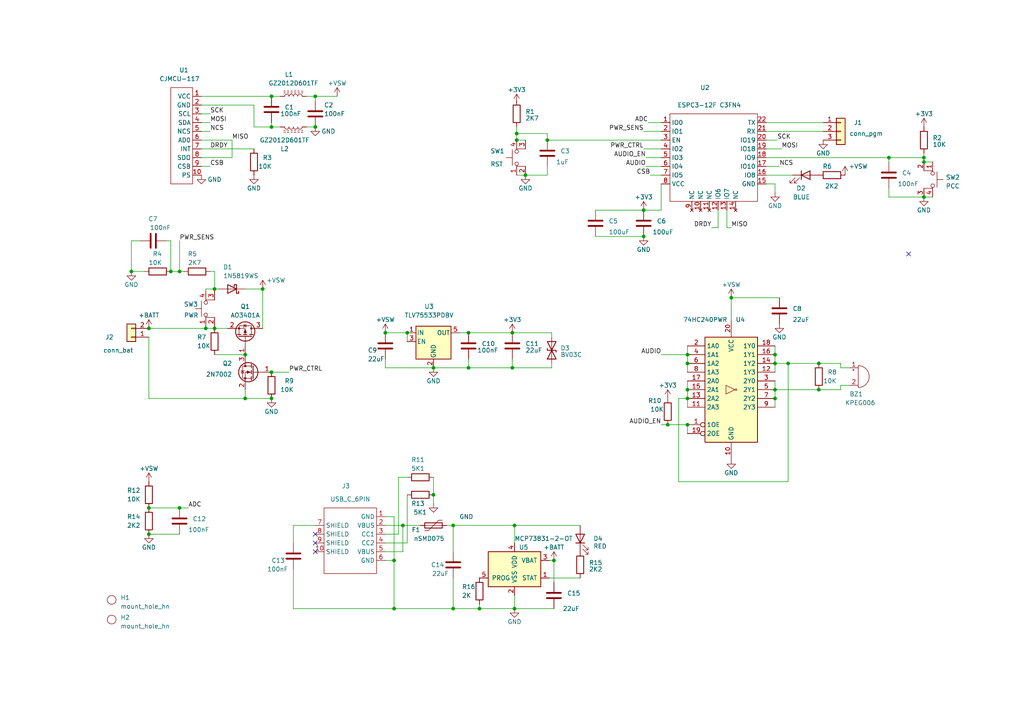
<source format=kicad_sch>
(kicad_sch (version 20220126) (generator eeschema)
  (paper "A4")
  (lib_symbols
    (symbol "00_hari:CJMCU-117"
      (property "Reference" "U" (at 0 11.43 0))
      (property "Value" "CJMCU-117" (at 0 8.89 0))
      (symbol "CJMCU-117_0_1"
        (rectangle (start -6.35 2.54) (end 0 -25.4))
      )
      (symbol "CJMCU-117_1_1"
        (pin passive line (at 2.54 0 180) (length 2.54) (name "VCC") (number "1"))
        (pin input line (at 2.54 -22.86 180) (length 2.54) (name "PS") (number "10"))
        (pin passive line (at 2.54 -2.54 180) (length 2.54) (name "GND") (number "2"))
        (pin input line (at 2.54 -5.08 180) (length 2.54) (name "SCL") (number "3"))
        (pin bidirectional line (at 2.54 -7.62 180) (length 2.54) (name "SDA") (number "4"))
        (pin input line (at 2.54 -10.16 180) (length 2.54) (name "NCS") (number "5"))
        (pin input line (at 2.54 -12.7 180) (length 2.54) (name "AD0") (number "6"))
        (pin output line (at 2.54 -15.24 180) (length 2.54) (name "INT") (number "7"))
        (pin output line (at 2.54 -17.78 180) (length 2.54) (name "SDO") (number "8"))
        (pin input line (at 2.54 -20.32 180) (length 2.54) (name "CSB") (number "9"))
      )
    )
    (symbol "00_hari:ESPC3-12F"
      (property "Reference" "U" (at -1.27 13.97 0))
      (property "Value" "ESPC3-12F" (at -1.27 16.51 0))
      (symbol "ESPC3-12F_0_1"
        (rectangle (start -12.7 11.43) (end 12.7 -13.97))
      )
      (symbol "ESPC3-12F_1_1"
        (pin bidirectional line (at -15.24 8.89 0) (length 2.54) (name "IO0") (number "1"))
        (pin no_connect line (at -3.81 -16.51 90) (length 2.54) (name "NC") (number "10"))
        (pin no_connect line (at -1.27 -16.51 90) (length 2.54) (name "NC") (number "11"))
        (pin bidirectional line (at 1.27 -16.51 90) (length 2.54) (name "IO6") (number "12"))
        (pin bidirectional line (at 3.81 -16.51 90) (length 2.54) (name "IO7") (number "13"))
        (pin no_connect line (at 6.35 -16.51 90) (length 2.54) (name "NC") (number "14"))
        (pin power_in line (at 15.24 -8.89 180) (length 2.54) (name "GND") (number "15"))
        (pin bidirectional line (at 15.24 -6.35 180) (length 2.54) (name "IO8") (number "16"))
        (pin bidirectional line (at 15.24 -3.81 180) (length 2.54) (name "IO10") (number "17"))
        (pin bidirectional line (at 15.24 -1.27 180) (length 2.54) (name "IO9") (number "18"))
        (pin bidirectional line (at 15.24 1.27 180) (length 2.54) (name "IO18") (number "19"))
        (pin bidirectional line (at -15.24 6.35 0) (length 2.54) (name "IO1") (number "2"))
        (pin bidirectional line (at 15.24 3.81 180) (length 2.54) (name "IO19") (number "20"))
        (pin input line (at 15.24 6.35 180) (length 2.54) (name "RX") (number "21"))
        (pin output line (at 15.24 8.89 180) (length 2.54) (name "TX") (number "22"))
        (pin input line (at -15.24 3.81 0) (length 2.54) (name "EN") (number "3"))
        (pin bidirectional line (at -15.24 1.27 0) (length 2.54) (name "IO2") (number "4"))
        (pin bidirectional line (at -15.24 -1.27 0) (length 2.54) (name "IO3") (number "5"))
        (pin bidirectional line (at -15.24 -3.81 0) (length 2.54) (name "IO4") (number "6"))
        (pin bidirectional line (at -15.24 -6.35 0) (length 2.54) (name "IO5") (number "7"))
        (pin power_in line (at -15.24 -8.89 0) (length 2.54) (name "VCC") (number "8"))
        (pin no_connect line (at -6.35 -16.51 90) (length 2.54) (name "NC") (number "9"))
      )
    )
    (symbol "00_hari:USB_C_6PIN"
      (property "Reference" "J" (at 7.62 7.62 0))
      (property "Value" "USB_C_6PIN" (at 7.62 5.08 0))
      (symbol "USB_C_6PIN_0_1"
        (rectangle (start 0 2.54) (end 15.24 -16.51))
      )
      (symbol "USB_C_6PIN_1_1"
        (pin passive line (at -2.54 0 0) (length 2.54) (name "GND") (number "1"))
        (pin passive line (at 17.78 -10.16 180) (length 2.54) (name "SHIELD") (number "10"))
        (pin passive line (at -2.54 -2.54 0) (length 2.54) (name "VBUS") (number "2"))
        (pin passive line (at -2.54 -5.08 0) (length 2.54) (name "CC1") (number "3"))
        (pin passive line (at -2.54 -7.62 0) (length 2.54) (name "CC2") (number "4"))
        (pin passive line (at -2.54 -10.16 0) (length 2.54) (name "VBUS") (number "5"))
        (pin passive line (at -2.54 -12.7 0) (length 2.54) (name "GND") (number "6"))
        (pin passive line (at 17.78 -2.54 180) (length 2.54) (name "SHIELD") (number "7"))
        (pin passive line (at 17.78 -5.08 180) (length 2.54) (name "SHIELD") (number "8"))
        (pin passive line (at 17.78 -7.62 180) (length 2.54) (name "SHIELD") (number "9"))
      )
    )
    (symbol "00_hari:mount_hole_hn"
      (property "Reference" "H" (at 0 6.35 0))
      (property "Value" "mount_hole_hn" (at 1.27 3.81 0))
      (symbol "mount_hole_hn_0_1"
        (circle (center 0 0) (radius 1.27))
      )
    )
    (symbol "74xx:74HC240"
      (property "Reference" "U" (at -7.62 16.51 0))
      (property "Value" "74HC240" (at -7.62 -16.51 0))
      (symbol "74HC240_1_0"
        (polyline (pts (xy 1.016 0) (xy -1.524 1.27) (xy -1.524 -1.27) (xy 1.016 0)) (stroke (width 0.1524)))
        (circle (center 1.397 0) (radius 0.254) (stroke (width 0.1524)))
        (pin input inverted (at -12.7 -10.16 0) (length 5.08) (name "1OE") (number "1"))
        (pin power_in line (at 0 -20.32 90) (length 5.08) (name "GND") (number "10"))
        (pin input line (at -12.7 -5.08 0) (length 5.08) (name "2A3") (number "11"))
        (pin tri_state line (at 12.7 5.08 180) (length 5.08) (name "1Y3") (number "12"))
        (pin input line (at -12.7 -2.54 0) (length 5.08) (name "2A2") (number "13"))
        (pin tri_state line (at 12.7 7.62 180) (length 5.08) (name "1Y2") (number "14"))
        (pin input line (at -12.7 0 0) (length 5.08) (name "2A1") (number "15"))
        (pin tri_state line (at 12.7 10.16 180) (length 5.08) (name "1Y1") (number "16"))
        (pin input line (at -12.7 2.54 0) (length 5.08) (name "2A0") (number "17"))
        (pin tri_state line (at 12.7 12.7 180) (length 5.08) (name "1Y0") (number "18"))
        (pin input inverted (at -12.7 -12.7 0) (length 5.08) (name "2OE") (number "19"))
        (pin input line (at -12.7 12.7 0) (length 5.08) (name "1A0") (number "2"))
        (pin power_in line (at 0 20.32 270) (length 5.08) (name "VCC") (number "20"))
        (pin tri_state line (at 12.7 2.54 180) (length 5.08) (name "2Y0") (number "3"))
        (pin input line (at -12.7 10.16 0) (length 5.08) (name "1A1") (number "4"))
        (pin tri_state line (at 12.7 0 180) (length 5.08) (name "2Y1") (number "5"))
        (pin input line (at -12.7 7.62 0) (length 5.08) (name "1A2") (number "6"))
        (pin tri_state line (at 12.7 -2.54 180) (length 5.08) (name "2Y2") (number "7"))
        (pin input line (at -12.7 5.08 0) (length 5.08) (name "1A3") (number "8"))
        (pin tri_state line (at 12.7 -5.08 180) (length 5.08) (name "2Y3") (number "9"))
      )
      (symbol "74HC240_1_1"
        (rectangle (start -7.62 15.24) (end 7.62 -15.24) (stroke (width 0.254)) (fill (type background)))
      )
    )
    (symbol "Battery_Management:MCP73831-2-OT" (pin_names (offset 1.016))
      (property "Reference" "U" (at -7.62 6.35 0))
      (property "Value" "MCP73831-2-OT" (at 1.27 6.35 0))
      (symbol "MCP73831-2-OT_0_1"
        (rectangle (start -7.62 5.08) (end 7.62 -5.08) (stroke (width 0.254)) (fill (type background)))
      )
      (symbol "MCP73831-2-OT_1_1"
        (pin output line (at 10.16 -2.54 180) (length 2.54) (name "STAT") (number "1"))
        (pin power_in line (at 0 -7.62 90) (length 2.54) (name "VSS") (number "2"))
        (pin power_out line (at 10.16 2.54 180) (length 2.54) (name "VBAT") (number "3"))
        (pin power_in line (at 0 7.62 270) (length 2.54) (name "VDD") (number "4"))
        (pin input line (at -10.16 -2.54 0) (length 2.54) (name "PROG") (number "5"))
      )
    )
    (symbol "Connector_Generic:Conn_01x02" (pin_names (offset 1.016) hide)
      (property "Reference" "J" (at 0 2.54 0))
      (property "Value" "Conn_01x02" (at 0 -5.08 0))
      (symbol "Conn_01x02_1_1"
        (rectangle (start -1.27 -2.413) (end 0 -2.667) (stroke (width 0.1524)))
        (rectangle (start -1.27 0.127) (end 0 -0.127) (stroke (width 0.1524)))
        (rectangle (start -1.27 1.27) (end 1.27 -3.81) (stroke (width 0.254)) (fill (type background)))
        (pin passive line (at -5.08 0 0) (length 3.81) (name "Pin_1") (number "1"))
        (pin passive line (at -5.08 -2.54 0) (length 3.81) (name "Pin_2") (number "2"))
      )
    )
    (symbol "Connector_Generic:Conn_01x03" (pin_names (offset 1.016) hide)
      (property "Reference" "J" (at 0 5.08 0))
      (property "Value" "Conn_01x03" (at 0 -5.08 0))
      (symbol "Conn_01x03_1_1"
        (rectangle (start -1.27 -2.413) (end 0 -2.667) (stroke (width 0.1524)))
        (rectangle (start -1.27 0.127) (end 0 -0.127) (stroke (width 0.1524)))
        (rectangle (start -1.27 2.667) (end 0 2.413) (stroke (width 0.1524)))
        (rectangle (start -1.27 3.81) (end 1.27 -3.81) (stroke (width 0.254)) (fill (type background)))
        (pin passive line (at -5.08 2.54 0) (length 3.81) (name "Pin_1") (number "1"))
        (pin passive line (at -5.08 0 0) (length 3.81) (name "Pin_2") (number "2"))
        (pin passive line (at -5.08 -2.54 0) (length 3.81) (name "Pin_3") (number "3"))
      )
    )
    (symbol "Device:Buzzer" (pin_names (offset 0.0254) hide)
      (property "Reference" "BZ" (at 3.81 1.27 0))
      (property "Value" "Buzzer" (at 3.81 -1.27 0))
      (symbol "Buzzer_0_1"
        (arc (start 0 -3.175) (mid 3.1612 0) (end 0 3.175))
        (polyline (pts (xy -1.651 1.905) (xy -1.143 1.905)))
        (polyline (pts (xy -1.397 2.159) (xy -1.397 1.651)))
        (polyline (pts (xy 0 3.175) (xy 0 -3.175)))
      )
      (symbol "Buzzer_1_1"
        (pin passive line (at -2.54 2.54 0) (length 2.54) (name "-") (number "1"))
        (pin passive line (at -2.54 -2.54 0) (length 2.54) (name "+") (number "2"))
      )
    )
    (symbol "Device:C" (pin_numbers hide) (pin_names (offset 0.254))
      (property "Reference" "C" (at 0.635 2.54 0))
      (property "Value" "C" (at 0.635 -2.54 0))
      (symbol "C_0_1"
        (polyline (pts (xy -2.032 -0.762) (xy 2.032 -0.762)) (stroke (width 0.508)))
        (polyline (pts (xy -2.032 0.762) (xy 2.032 0.762)) (stroke (width 0.508)))
      )
      (symbol "C_1_1"
        (pin passive line (at 0 3.81 270) (length 2.794) (name "~") (number "1"))
        (pin passive line (at 0 -3.81 90) (length 2.794) (name "~") (number "2"))
      )
    )
    (symbol "Device:D_Schottky" (pin_numbers hide) (pin_names (offset 1.016) hide)
      (property "Reference" "D" (at 0 2.54 0))
      (property "Value" "D_Schottky" (at 0 -2.54 0))
      (symbol "D_Schottky_0_1"
        (polyline (pts (xy 1.27 0) (xy -1.27 0)))
        (polyline (pts (xy 1.27 1.27) (xy 1.27 -1.27) (xy -1.27 0) (xy 1.27 1.27)) (stroke (width 0.254)))
        (polyline (pts (xy -1.905 0.635) (xy -1.905 1.27) (xy -1.27 1.27) (xy -1.27 -1.27) (xy -0.635 -1.27) (xy -0.635 -0.635)) (stroke (width 0.254)))
      )
      (symbol "D_Schottky_1_1"
        (pin passive line (at -3.81 0 0) (length 2.54) (name "K") (number "1"))
        (pin passive line (at 3.81 0 180) (length 2.54) (name "A") (number "2"))
      )
    )
    (symbol "Device:D_TVS" (pin_numbers hide) (pin_names (offset 1.016) hide)
      (property "Reference" "D" (at 0 2.54 0))
      (property "Value" "D_TVS" (at 0 -2.54 0))
      (symbol "D_TVS_0_1"
        (polyline (pts (xy 1.27 0) (xy -1.27 0)))
        (polyline (pts (xy 0.508 1.27) (xy 0 1.27) (xy 0 -1.27) (xy -0.508 -1.27)) (stroke (width 0.254)))
        (polyline (pts (xy -2.54 1.27) (xy -2.54 -1.27) (xy 2.54 1.27) (xy 2.54 -1.27) (xy -2.54 1.27)) (stroke (width 0.254)))
      )
      (symbol "D_TVS_1_1"
        (pin passive line (at -3.81 0 0) (length 2.54) (name "A1") (number "1"))
        (pin passive line (at 3.81 0 180) (length 2.54) (name "A2") (number "2"))
      )
    )
    (symbol "Device:LED" (pin_numbers hide) (pin_names (offset 1.016) hide)
      (property "Reference" "D" (at 0 2.54 0))
      (property "Value" "LED" (at 0 -2.54 0))
      (symbol "LED_0_1"
        (polyline (pts (xy -1.27 -1.27) (xy -1.27 1.27)) (stroke (width 0.254)))
        (polyline (pts (xy -1.27 0) (xy 1.27 0)))
        (polyline (pts (xy 1.27 -1.27) (xy 1.27 1.27) (xy -1.27 0) (xy 1.27 -1.27)) (stroke (width 0.254)))
        (polyline (pts (xy -3.048 -0.762) (xy -4.572 -2.286) (xy -3.81 -2.286) (xy -4.572 -2.286) (xy -4.572 -1.524)))
        (polyline (pts (xy -1.778 -0.762) (xy -3.302 -2.286) (xy -2.54 -2.286) (xy -3.302 -2.286) (xy -3.302 -1.524)))
      )
      (symbol "LED_1_1"
        (pin passive line (at -3.81 0 0) (length 2.54) (name "K") (number "1"))
        (pin passive line (at 3.81 0 180) (length 2.54) (name "A") (number "2"))
      )
    )
    (symbol "Device:L_Ferrite" (pin_numbers hide) (pin_names (offset 1.016) hide)
      (property "Reference" "L" (at -1.27 0 90))
      (property "Value" "L_Ferrite" (at 2.794 0 90))
      (symbol "L_Ferrite_0_1"
        (arc (start 0 -2.54) (mid 0.6323 -1.905) (end 0 -1.27))
        (arc (start 0 -1.27) (mid 0.6323 -0.635) (end 0 0))
        (polyline (pts (xy 1.016 -2.794) (xy 1.016 -2.286)))
        (polyline (pts (xy 1.016 -1.778) (xy 1.016 -1.27)))
        (polyline (pts (xy 1.016 -0.762) (xy 1.016 -0.254)))
        (polyline (pts (xy 1.016 0.254) (xy 1.016 0.762)))
        (polyline (pts (xy 1.016 1.27) (xy 1.016 1.778)))
        (polyline (pts (xy 1.016 2.286) (xy 1.016 2.794)))
        (polyline (pts (xy 1.524 -2.286) (xy 1.524 -2.794)))
        (polyline (pts (xy 1.524 -1.27) (xy 1.524 -1.778)))
        (polyline (pts (xy 1.524 -0.254) (xy 1.524 -0.762)))
        (polyline (pts (xy 1.524 0.762) (xy 1.524 0.254)))
        (polyline (pts (xy 1.524 1.778) (xy 1.524 1.27)))
        (polyline (pts (xy 1.524 2.794) (xy 1.524 2.286)))
        (arc (start 0 0) (mid 0.6323 0.635) (end 0 1.27))
        (arc (start 0 1.27) (mid 0.6323 1.905) (end 0 2.54))
      )
      (symbol "L_Ferrite_1_1"
        (pin passive line (at 0 3.81 270) (length 1.27) (name "1") (number "1"))
        (pin passive line (at 0 -3.81 90) (length 1.27) (name "2") (number "2"))
      )
    )
    (symbol "Device:Polyfuse" (pin_numbers hide) (pin_names (offset 0))
      (property "Reference" "F" (at -2.54 0 90))
      (property "Value" "Polyfuse" (at 2.54 0 90))
      (symbol "Polyfuse_0_1"
        (rectangle (start -0.762 2.54) (end 0.762 -2.54) (stroke (width 0.254)))
        (polyline (pts (xy 0 2.54) (xy 0 -2.54)))
        (polyline (pts (xy -1.524 2.54) (xy -1.524 1.524) (xy 1.524 -1.524) (xy 1.524 -2.54)))
      )
      (symbol "Polyfuse_1_1"
        (pin passive line (at 0 3.81 270) (length 1.27) (name "~") (number "1"))
        (pin passive line (at 0 -3.81 90) (length 1.27) (name "~") (number "2"))
      )
    )
    (symbol "Device:R" (pin_numbers hide) (pin_names (offset 0))
      (property "Reference" "R" (at 2.032 0 90))
      (property "Value" "R" (at 0 0 90))
      (symbol "R_0_1"
        (rectangle (start -1.016 -2.54) (end 1.016 2.54) (stroke (width 0.254)))
      )
      (symbol "R_1_1"
        (pin passive line (at 0 3.81 270) (length 1.27) (name "~") (number "1"))
        (pin passive line (at 0 -3.81 90) (length 1.27) (name "~") (number "2"))
      )
    )
    (symbol "Regulator_Linear:TLV75533PDBV" (pin_names (offset 0.254))
      (property "Reference" "U" (at -3.81 5.715 0))
      (property "Value" "TLV75533PDBV" (at 0 5.715 0))
      (symbol "TLV75533PDBV_0_1"
        (rectangle (start -5.08 4.445) (end 5.08 -5.08) (stroke (width 0.254)) (fill (type background)))
      )
      (symbol "TLV75533PDBV_1_1"
        (pin power_in line (at -7.62 2.54 0) (length 2.54) (name "IN") (number "1"))
        (pin power_in line (at 0 -7.62 90) (length 2.54) (name "GND") (number "2"))
        (pin input line (at -7.62 0 0) (length 2.54) (name "EN") (number "3"))
        (pin no_connect line (at 5.08 0 180) (length 2.54) hide (name "NC") (number "4"))
        (pin power_out line (at 7.62 2.54 180) (length 2.54) (name "OUT") (number "5"))
      )
    )
    (symbol "Switch:SW_MEC_5E" (pin_names (offset 1.016) hide)
      (property "Reference" "SW" (at 0.635 5.715 0))
      (property "Value" "SW_MEC_5E" (at 0 -3.175 0))
      (symbol "SW_MEC_5E_0_1"
        (circle (center -1.778 2.54) (radius 0.508))
        (polyline (pts (xy -2.286 3.81) (xy 2.286 3.81)))
        (polyline (pts (xy 0 3.81) (xy 0 5.588)))
        (polyline (pts (xy -2.54 0) (xy -2.54 2.54) (xy -2.286 2.54)))
        (polyline (pts (xy 2.54 0) (xy 2.54 2.54) (xy 2.286 2.54)))
        (circle (center 1.778 2.54) (radius 0.508))
        (pin passive line (at -5.08 2.54 0) (length 2.54) (name "1") (number "1"))
        (pin passive line (at -5.08 0 0) (length 2.54) (name "2") (number "2"))
        (pin passive line (at 5.08 0 180) (length 2.54) (name "K") (number "3"))
        (pin passive line (at 5.08 2.54 180) (length 2.54) (name "A") (number "4"))
      )
    )
    (symbol "Transistor_FET:AO3401A" (pin_names hide)
      (property "Reference" "Q" (at 5.08 1.905 0))
      (property "Value" "AO3401A" (at 5.08 0 0))
      (symbol "AO3401A_0_1"
        (polyline (pts (xy 0.254 0) (xy -2.54 0)))
        (polyline (pts (xy 0.254 1.905) (xy 0.254 -1.905)) (stroke (width 0.254)))
        (polyline (pts (xy 0.762 -1.27) (xy 0.762 -2.286)) (stroke (width 0.254)))
        (polyline (pts (xy 0.762 0.508) (xy 0.762 -0.508)) (stroke (width 0.254)))
        (polyline (pts (xy 0.762 2.286) (xy 0.762 1.27)) (stroke (width 0.254)))
        (polyline (pts (xy 2.54 2.54) (xy 2.54 1.778)))
        (polyline (pts (xy 2.54 -2.54) (xy 2.54 0) (xy 0.762 0)))
        (polyline (pts (xy 0.762 1.778) (xy 3.302 1.778) (xy 3.302 -1.778) (xy 0.762 -1.778)))
        (polyline (pts (xy 2.286 0) (xy 1.27 0.381) (xy 1.27 -0.381) (xy 2.286 0)) (fill (type outline)))
        (polyline (pts (xy 2.794 -0.508) (xy 2.921 -0.381) (xy 3.683 -0.381) (xy 3.81 -0.254)))
        (polyline (pts (xy 3.302 -0.381) (xy 2.921 0.254) (xy 3.683 0.254) (xy 3.302 -0.381)))
        (circle (center 1.651 0) (radius 2.794) (stroke (width 0.254)))
        (circle (center 2.54 -1.778) (radius 0.254) (fill (type outline)))
        (circle (center 2.54 1.778) (radius 0.254) (fill (type outline)))
      )
      (symbol "AO3401A_1_1"
        (pin input line (at -5.08 0 0) (length 2.54) (name "G") (number "1"))
        (pin passive line (at 2.54 -5.08 90) (length 2.54) (name "S") (number "2"))
        (pin passive line (at 2.54 5.08 270) (length 2.54) (name "D") (number "3"))
      )
    )
    (symbol "Transistor_FET:BSS138" (pin_names hide)
      (property "Reference" "Q" (at 5.08 1.905 0))
      (property "Value" "BSS138" (at 5.08 0 0))
      (symbol "BSS138_0_1"
        (polyline (pts (xy 0.254 0) (xy -2.54 0)))
        (polyline (pts (xy 0.254 1.905) (xy 0.254 -1.905)) (stroke (width 0.254)))
        (polyline (pts (xy 0.762 -1.27) (xy 0.762 -2.286)) (stroke (width 0.254)))
        (polyline (pts (xy 0.762 0.508) (xy 0.762 -0.508)) (stroke (width 0.254)))
        (polyline (pts (xy 0.762 2.286) (xy 0.762 1.27)) (stroke (width 0.254)))
        (polyline (pts (xy 2.54 2.54) (xy 2.54 1.778)))
        (polyline (pts (xy 2.54 -2.54) (xy 2.54 0) (xy 0.762 0)))
        (polyline (pts (xy 0.762 -1.778) (xy 3.302 -1.778) (xy 3.302 1.778) (xy 0.762 1.778)))
        (polyline (pts (xy 1.016 0) (xy 2.032 0.381) (xy 2.032 -0.381) (xy 1.016 0)) (fill (type outline)))
        (polyline (pts (xy 2.794 0.508) (xy 2.921 0.381) (xy 3.683 0.381) (xy 3.81 0.254)))
        (polyline (pts (xy 3.302 0.381) (xy 2.921 -0.254) (xy 3.683 -0.254) (xy 3.302 0.381)))
        (circle (center 1.651 0) (radius 2.794) (stroke (width 0.254)))
        (circle (center 2.54 -1.778) (radius 0.254) (fill (type outline)))
        (circle (center 2.54 1.778) (radius 0.254) (fill (type outline)))
      )
      (symbol "BSS138_1_1"
        (pin input line (at -5.08 0 0) (length 2.54) (name "G") (number "1"))
        (pin passive line (at 2.54 -5.08 90) (length 2.54) (name "S") (number "2"))
        (pin passive line (at 2.54 5.08 270) (length 2.54) (name "D") (number "3"))
      )
    )
    (symbol "power:+3.3V" (power) (pin_names (offset 0))
      (property "Value" "+3.3V" (at 0 3.556 0))
      (symbol "+3.3V_0_1"
        (polyline (pts (xy -0.762 1.27) (xy 0 2.54)))
        (polyline (pts (xy 0 0) (xy 0 2.54)))
        (polyline (pts (xy 0 2.54) (xy 0.762 1.27)))
      )
      (symbol "+3.3V_1_1"
        (pin power_in line (at 0 0 90) (length 0) hide (name "+3V3") (number "1"))
      )
    )
    (symbol "power:+BATT" (power) (pin_names (offset 0))
      (property "Value" "+BATT" (at 0 3.556 0))
      (symbol "+BATT_0_1"
        (polyline (pts (xy -0.762 1.27) (xy 0 2.54)))
        (polyline (pts (xy 0 0) (xy 0 2.54)))
        (polyline (pts (xy 0 2.54) (xy 0.762 1.27)))
      )
      (symbol "+BATT_1_1"
        (pin power_in line (at 0 0 90) (length 0) hide (name "+BATT") (number "1"))
      )
    )
    (symbol "power:+VSW" (power) (pin_names (offset 0))
      (property "Value" "+VSW" (at 0 3.556 0))
      (symbol "+VSW_0_1"
        (polyline (pts (xy -0.762 1.27) (xy 0 2.54)))
        (polyline (pts (xy 0 0) (xy 0 2.54)))
        (polyline (pts (xy 0 2.54) (xy 0.762 1.27)))
      )
      (symbol "+VSW_1_1"
        (pin power_in line (at 0 0 90) (length 0) hide (name "+VSW") (number "1"))
      )
    )
    (symbol "power:GND" (power) (pin_names (offset 0))
      (property "Value" "GND" (at 0 -3.81 0))
      (symbol "GND_0_1"
        (polyline (pts (xy 0 0) (xy 0 -1.27) (xy 1.27 -1.27) (xy 0 -2.54) (xy -1.27 -1.27) (xy 0 -1.27)))
      )
      (symbol "GND_1_1"
        (pin power_in line (at 0 0 270) (length 0) hide (name "GND") (number "1"))
      )
    )
  )
  (junction (at 71.12 102.87))
  (junction (at 52.07 78.74))
  (junction (at 125.73 106.68))
  (junction (at 59.69 95.25))
  (junction (at 135.89 96.52))
  (junction (at 257.81 45.72))
  (junction (at 78.74 115.57))
  (junction (at 152.4 50.8))
  (junction (at 78.74 27.94))
  (junction (at 91.44 36.83))
  (junction (at 149.225 152.4))
  (junction (at 118.11 96.52))
  (junction (at 78.74 107.95))
  (junction (at 114.3 162.56))
  (junction (at 71.12 115.57))
  (junction (at 224.79 102.87))
  (junction (at 160.655 162.56))
  (junction (at 199.39 102.87))
  (junction (at 193.675 123.19))
  (junction (at 131.445 152.4))
  (junction (at 267.97 57.15))
  (junction (at 199.39 123.19))
  (junction (at 224.79 105.41))
  (junction (at 43.18 147.32))
  (junction (at 186.69 60.96))
  (junction (at 91.44 27.94))
  (junction (at 78.74 36.83))
  (junction (at 148.59 96.52))
  (junction (at 149.86 38.735))
  (junction (at 49.53 78.74))
  (junction (at 114.3 176.53))
  (junction (at 186.69 68.58))
  (junction (at 228.6 105.41))
  (junction (at 149.225 176.53))
  (junction (at 62.23 83.82))
  (junction (at 43.18 154.94))
  (junction (at 199.39 105.41))
  (junction (at 267.97 46.99))
  (junction (at 212.09 86.36))
  (junction (at 199.39 115.57))
  (junction (at 62.23 95.25))
  (junction (at 237.49 105.41))
  (junction (at 111.76 96.52))
  (junction (at 139.065 176.53))
  (junction (at 224.79 113.03))
  (junction (at 76.2 83.82))
  (junction (at 43.18 95.25))
  (junction (at 38.1 78.74))
  (junction (at 224.79 115.57))
  (junction (at 131.445 176.53))
  (junction (at 199.39 113.03))
  (junction (at 125.73 143.51))
  (junction (at 116.84 152.4))
  (junction (at 149.86 40.64))
  (junction (at 52.07 147.32))
  (junction (at 237.49 113.03))
  (junction (at 158.75 40.64))
  (junction (at 267.97 45.72))
  (junction (at 135.89 106.68))
  (junction (at 148.59 106.68))
  (no_connect (at 91.44 154.94))
  (no_connect (at 91.44 157.48))
  (no_connect (at 91.44 160.02))
  (no_connect (at 263.525 73.66))
  (wire (pts (xy 228.6 139.7) (xy 228.6 105.41)))
  (wire (pts (xy 243.84 106.68) (xy 246.38 106.68)))
  (wire (pts (xy 111.76 106.68) (xy 125.73 106.68)))
  (wire (pts (xy 208.28 66.04) (xy 208.28 60.96)))
  (wire (pts (xy 224.79 53.34) (xy 224.79 55.88)))
  (wire (pts (xy 114.3 149.86) (xy 114.3 162.56)))
  (wire (pts (xy 257.81 57.15) (xy 267.97 57.15)))
  (wire (pts (xy 118.11 143.51) (xy 118.11 157.48)))
  (wire (pts (xy 186.69 60.96) (xy 191.77 60.96)))
  (wire (pts (xy 186.69 43.18) (xy 191.77 43.18)))
  (wire (pts (xy 139.065 175.26) (xy 139.065 176.53)))
  (wire (pts (xy 225.425 40.64) (xy 222.25 40.64)))
  (wire (pts (xy 135.89 106.68) (xy 135.89 104.14)))
  (wire (pts (xy 71.12 115.57) (xy 78.74 115.57)))
  (wire (pts (xy 228.6 105.41) (xy 237.49 105.41)))
  (wire (pts (xy 48.26 69.85) (xy 49.53 69.85)))
  (wire (pts (xy 58.42 40.64) (xy 67.31 40.64)))
  (wire (pts (xy 111.76 96.52) (xy 118.11 96.52)))
  (wire (pts (xy 160.655 176.53) (xy 149.225 176.53)))
  (wire (pts (xy 191.77 123.19) (xy 193.675 123.19)))
  (wire (pts (xy 148.59 96.52) (xy 160.02 96.52)))
  (wire (pts (xy 212.09 92.71) (xy 212.09 86.36)))
  (wire (pts (xy 43.18 95.25) (xy 59.69 95.25)))
  (wire (pts (xy 267.97 45.72) (xy 267.97 46.99)))
  (wire (pts (xy 43.18 147.32) (xy 52.07 147.32)))
  (wire (pts (xy 149.86 40.64) (xy 152.4 40.64)))
  (wire (pts (xy 159.385 162.56) (xy 160.655 162.56)))
  (wire (pts (xy 88.9 27.94) (xy 91.44 27.94)))
  (wire (pts (xy 43.18 94.615) (xy 43.18 95.25)))
  (wire (pts (xy 158.75 38.735) (xy 149.86 38.735)))
  (wire (pts (xy 131.445 160.02) (xy 131.445 152.4)))
  (wire (pts (xy 224.79 105.41) (xy 224.79 107.95)))
  (wire (pts (xy 222.25 35.56) (xy 238.76 35.56)))
  (wire (pts (xy 224.79 110.49) (xy 224.79 113.03)))
  (wire (pts (xy 49.53 69.85) (xy 49.53 78.74)))
  (wire (pts (xy 62.23 78.74) (xy 62.23 83.82)))
  (wire (pts (xy 199.39 105.41) (xy 199.39 107.95)))
  (wire (pts (xy 111.76 162.56) (xy 114.3 162.56)))
  (wire (pts (xy 115.57 138.43) (xy 118.11 138.43)))
  (wire (pts (xy 125.73 143.51) (xy 125.73 146.05)))
  (wire (pts (xy 67.31 40.64) (xy 67.31 45.72)))
  (wire (pts (xy 158.75 40.64) (xy 158.75 38.735)))
  (wire (pts (xy 52.07 147.32) (xy 54.61 147.32)))
  (wire (pts (xy 196.85 139.7) (xy 228.6 139.7)))
  (wire (pts (xy 71.12 113.03) (xy 71.12 115.57)))
  (wire (pts (xy 257.81 45.72) (xy 267.97 45.72)))
  (wire (pts (xy 91.44 29.21) (xy 91.44 27.94)))
  (wire (pts (xy 149.225 176.53) (xy 149.225 172.72)))
  (wire (pts (xy 187.96 35.56) (xy 191.77 35.56)))
  (wire (pts (xy 73.66 30.48) (xy 73.66 36.83)))
  (wire (pts (xy 58.42 38.1) (xy 60.96 38.1)))
  (wire (pts (xy 196.85 115.57) (xy 196.85 139.7)))
  (wire (pts (xy 58.42 43.18) (xy 73.66 43.18)))
  (wire (pts (xy 199.39 100.33) (xy 199.39 102.87)))
  (wire (pts (xy 187.325 48.26) (xy 191.77 48.26)))
  (wire (pts (xy 212.09 66.04) (xy 210.82 66.04)))
  (wire (pts (xy 133.35 96.52) (xy 135.89 96.52)))
  (wire (pts (xy 224.79 100.33) (xy 224.79 102.87)))
  (wire (pts (xy 43.18 115.57) (xy 43.18 97.79)))
  (wire (pts (xy 78.74 27.94) (xy 81.28 27.94)))
  (wire (pts (xy 224.79 113.03) (xy 237.49 113.03)))
  (wire (pts (xy 78.74 36.83) (xy 81.28 36.83)))
  (wire (pts (xy 158.75 50.8) (xy 152.4 50.8)))
  (wire (pts (xy 58.42 48.26) (xy 60.96 48.26)))
  (wire (pts (xy 257.81 54.61) (xy 257.81 57.15)))
  (wire (pts (xy 114.3 162.56) (xy 114.3 176.53)))
  (wire (pts (xy 267.97 57.15) (xy 270.51 57.15)))
  (wire (pts (xy 131.445 167.64) (xy 131.445 176.53)))
  (wire (pts (xy 222.25 50.8) (xy 229.87 50.8)))
  (wire (pts (xy 85.09 152.4) (xy 91.44 152.4)))
  (wire (pts (xy 199.39 110.49) (xy 199.39 113.03)))
  (wire (pts (xy 267.97 46.99) (xy 270.51 46.99)))
  (wire (pts (xy 149.86 36.83) (xy 149.86 38.735)))
  (wire (pts (xy 38.1 78.74) (xy 41.91 78.74)))
  (wire (pts (xy 149.86 50.8) (xy 152.4 50.8)))
  (wire (pts (xy 158.75 40.64) (xy 191.77 40.64)))
  (wire (pts (xy 85.09 165.1) (xy 85.09 176.53)))
  (wire (pts (xy 199.39 102.87) (xy 199.39 105.41)))
  (wire (pts (xy 125.73 138.43) (xy 125.73 143.51)))
  (wire (pts (xy 73.66 36.83) (xy 78.74 36.83)))
  (wire (pts (xy 206.375 66.04) (xy 208.28 66.04)))
  (wire (pts (xy 59.69 94.615) (xy 59.69 95.25)))
  (wire (pts (xy 158.75 48.26) (xy 158.75 50.8)))
  (wire (pts (xy 159.385 167.64) (xy 168.275 167.64)))
  (wire (pts (xy 114.3 176.53) (xy 131.445 176.53)))
  (wire (pts (xy 62.23 83.82) (xy 63.5 83.82)))
  (wire (pts (xy 237.49 105.41) (xy 243.84 105.41)))
  (wire (pts (xy 149.225 152.4) (xy 168.275 152.4)))
  (wire (pts (xy 111.76 149.86) (xy 114.3 149.86)))
  (wire (pts (xy 224.79 115.57) (xy 224.79 118.11)))
  (wire (pts (xy 267.97 44.45) (xy 267.97 45.72)))
  (wire (pts (xy 58.42 45.72) (xy 67.31 45.72)))
  (wire (pts (xy 111.76 160.02) (xy 116.84 160.02)))
  (wire (pts (xy 58.42 35.56) (xy 60.96 35.56)))
  (wire (pts (xy 187.325 45.72) (xy 191.77 45.72)))
  (wire (pts (xy 188.595 50.8) (xy 191.77 50.8)))
  (wire (pts (xy 62.23 94.615) (xy 62.23 95.25)))
  (wire (pts (xy 191.77 53.34) (xy 191.77 60.96)))
  (wire (pts (xy 237.49 113.03) (xy 243.84 113.03)))
  (wire (pts (xy 62.23 102.87) (xy 71.12 102.87)))
  (wire (pts (xy 131.445 152.4) (xy 149.225 152.4)))
  (wire (pts (xy 224.79 105.41) (xy 228.6 105.41)))
  (wire (pts (xy 149.225 152.4) (xy 149.225 157.48)))
  (wire (pts (xy 91.44 27.94) (xy 97.79 27.94)))
  (wire (pts (xy 210.82 66.04) (xy 210.82 60.96)))
  (wire (pts (xy 118.11 96.52) (xy 118.11 99.06)))
  (wire (pts (xy 111.76 152.4) (xy 116.84 152.4)))
  (wire (pts (xy 78.74 107.95) (xy 83.82 107.95)))
  (wire (pts (xy 111.76 157.48) (xy 118.11 157.48)))
  (wire (pts (xy 148.59 106.68) (xy 148.59 104.14)))
  (wire (pts (xy 88.9 36.83) (xy 91.44 36.83)))
  (wire (pts (xy 60.96 78.74) (xy 62.23 78.74)))
  (wire (pts (xy 116.84 160.02) (xy 116.84 152.4)))
  (wire (pts (xy 199.39 115.57) (xy 199.39 118.11)))
  (wire (pts (xy 76.2 83.82) (xy 71.12 83.82)))
  (wire (pts (xy 222.25 38.1) (xy 238.76 38.1)))
  (wire (pts (xy 59.69 84.455) (xy 59.69 83.82)))
  (wire (pts (xy 52.07 78.74) (xy 53.34 78.74)))
  (wire (pts (xy 186.69 38.1) (xy 191.77 38.1)))
  (wire (pts (xy 131.445 176.53) (xy 139.065 176.53)))
  (wire (pts (xy 224.79 113.03) (xy 224.79 115.57)))
  (wire (pts (xy 243.84 105.41) (xy 243.84 106.68)))
  (wire (pts (xy 59.69 95.25) (xy 62.23 95.25)))
  (wire (pts (xy 49.53 78.74) (xy 52.07 78.74)))
  (wire (pts (xy 148.59 106.68) (xy 160.02 106.68)))
  (wire (pts (xy 59.69 83.82) (xy 62.23 83.82)))
  (wire (pts (xy 226.695 43.18) (xy 222.25 43.18)))
  (wire (pts (xy 78.74 35.56) (xy 78.74 36.83)))
  (wire (pts (xy 243.84 113.03) (xy 243.84 111.76)))
  (wire (pts (xy 199.39 115.57) (xy 196.85 115.57)))
  (wire (pts (xy 212.09 86.36) (xy 226.06 86.36)))
  (wire (pts (xy 71.12 115.57) (xy 43.18 115.57)))
  (wire (pts (xy 172.72 60.96) (xy 186.69 60.96)))
  (wire (pts (xy 85.09 176.53) (xy 114.3 176.53)))
  (wire (pts (xy 76.2 95.25) (xy 76.2 83.82)))
  (wire (pts (xy 111.76 104.14) (xy 111.76 106.68)))
  (wire (pts (xy 58.42 30.48) (xy 73.66 30.48)))
  (wire (pts (xy 135.89 96.52) (xy 148.59 96.52)))
  (wire (pts (xy 222.25 53.34) (xy 224.79 53.34)))
  (wire (pts (xy 199.39 123.19) (xy 199.39 125.73)))
  (wire (pts (xy 160.02 96.52) (xy 160.02 97.79)))
  (wire (pts (xy 85.09 152.4) (xy 85.09 157.48)))
  (wire (pts (xy 199.39 113.03) (xy 199.39 115.57)))
  (wire (pts (xy 172.72 68.58) (xy 186.69 68.58)))
  (wire (pts (xy 224.79 102.87) (xy 224.79 105.41)))
  (wire (pts (xy 160.02 106.68) (xy 160.02 105.41)))
  (wire (pts (xy 257.81 46.99) (xy 257.81 45.72)))
  (wire (pts (xy 222.25 48.26) (xy 226.06 48.26)))
  (wire (pts (xy 135.89 106.68) (xy 148.59 106.68)))
  (wire (pts (xy 243.84 111.76) (xy 246.38 111.76)))
  (wire (pts (xy 160.655 162.56) (xy 160.655 168.91)))
  (wire (pts (xy 43.18 154.94) (xy 52.07 154.94)))
  (wire (pts (xy 222.25 45.72) (xy 257.81 45.72)))
  (wire (pts (xy 58.42 27.94) (xy 78.74 27.94)))
  (wire (pts (xy 115.57 154.94) (xy 115.57 138.43)))
  (wire (pts (xy 62.23 84.455) (xy 62.23 83.82)))
  (wire (pts (xy 58.42 33.02) (xy 60.96 33.02)))
  (wire (pts (xy 149.86 38.735) (xy 149.86 40.64)))
  (wire (pts (xy 116.84 152.4) (xy 121.92 152.4)))
  (wire (pts (xy 191.77 102.87) (xy 199.39 102.87)))
  (wire (pts (xy 52.07 69.85) (xy 52.07 78.74)))
  (wire (pts (xy 62.23 95.25) (xy 66.04 95.25)))
  (wire (pts (xy 129.54 152.4) (xy 131.445 152.4)))
  (wire (pts (xy 149.86 29.845) (xy 149.86 29.21)))
  (wire (pts (xy 38.1 69.85) (xy 38.1 78.74)))
  (wire (pts (xy 193.675 123.19) (xy 199.39 123.19)))
  (wire (pts (xy 40.64 69.85) (xy 38.1 69.85)))
  (wire (pts (xy 111.76 154.94) (xy 115.57 154.94)))
  (wire (pts (xy 139.065 176.53) (xy 149.225 176.53)))
  (wire (pts (xy 125.73 106.68) (xy 135.89 106.68)))
  (label "DRDY" (at 60.96 43.18 0))
  (label "CSB" (at 188.595 50.8 0))
  (label "CSB" (at 60.96 48.26 0))
  (label "PWR_SENS" (at 186.69 38.1 0))
  (label "AUDIO_EN" (at 187.325 45.72 0))
  (label "AUDIO_EN" (at 191.77 123.19 0))
  (label "NCS" (at 60.96 38.1 0))
  (label "MISO" (at 212.09 66.04 0))
  (label "AUDIO" (at 191.77 102.87 0))
  (label "ADC" (at 54.61 147.32 0))
  (label "NCS" (at 226.06 48.26 0))
  (label "MOSI" (at 226.695 43.18 0))
  (label "PWR_SENS" (at 52.07 69.85 0))
  (label "MISO" (at 67.31 40.64 0))
  (label "MOSI" (at 60.96 35.56 0))
  (label "SCK" (at 225.425 40.64 0))
  (label "AUDIO" (at 187.325 48.26 0))
  (label "PWR_CTRL" (at 186.69 43.18 0))
  (label "DRDY" (at 206.375 66.04 0))
  (label "SCK" (at 60.96 33.02 0))
  (label "ADC" (at 187.96 35.56 0))
  (label "PWR_CTRL" (at 83.82 107.95 0))
  (symbol (lib_id "Device:D_Schottky") (at 67.31 83.82 180) (unit 1)
    (property "Reference" "D1" (at 66.04 77.47 0))
    (property "Value" "1N5819WS" (at 69.85 80.01 0))
    (property "Footprint" "00_project_footprints:D_SOD-323_HandSoldering" (effects hide))
  )
  (symbol (lib_id "Device:R") (at 139.065 171.45 180) (unit 1)
    (property "Reference" "R16" (at 133.985 170.18 0) (effects (justify right)))
    (property "Value" "2K" (at 133.985 172.72 0) (effects (justify right)))
    (property "Footprint" "00_project_footprints:R_0805_2012Metric_Pad1.20x1.40mm_HandSolder" (effects hide))
  )
  (symbol (lib_id "Device:LED") (at 168.275 156.21 90) (unit 1)
    (property "Reference" "D4" (at 172.085 156.21 90) (effects (justify right)))
    (property "Value" "RED" (at 172.085 158.4325 90) (effects (justify right)))
    (property "Footprint" "00_project_footprints:LED_0805_2012Metric_Pad1.15x1.40mm_HandSolder" (effects hide))
  )
  (symbol (lib_id "00_hari:mount_hole_hn") (at 32.385 179.705 0) (unit 1)
    (property "Reference" "H2" (at 34.925 179.07 0) (effects (justify left)))
    (property "Value" "mount_hole_hn" (at 34.925 181.61 0) (effects (justify left)))
    (property "Footprint" "00_project_footprints:MountingHole_2.5mm" (effects hide))
  )
  (symbol (lib_id "Device:R") (at 267.97 40.64 0) (unit 1)
    (property "Reference" "R2" (at 270.51 40.005 0) (effects (justify left)))
    (property "Value" "10K" (at 270.51 41.91 0) (effects (justify left)))
    (property "Footprint" "00_project_footprints:R_0805_2012Metric_Pad1.20x1.40mm_HandSolder" (effects hide))
  )
  (symbol (lib_id "Device:C") (at 135.89 100.33 0) (unit 1)
    (property "Reference" "C10" (at 139.7 99.695 0) (effects (justify left)))
    (property "Value" "100nF" (at 138.43 101.6 0) (effects (justify left)))
    (property "Footprint" "00_project_footprints:C_0805_2012Metric_Pad1.18x1.45mm_HandSolder" (effects hide))
  )
  (symbol (lib_id "power:+VSW") (at 97.79 27.94 0) (unit 1)
    (property "Reference" "#PWR01" (effects hide))
    (property "Value" "+VSW" (at 97.79 24.13 0))
  )
  (symbol (lib_id "power:GND") (at 125.73 146.05 0) (mirror y) (unit 1)
    (property "Reference" "#PWR026" (effects hide))
    (property "Value" "GND" (at 135.255 149.86 0))
  )
  (symbol (lib_id "power:GND") (at 125.73 106.68 0) (unit 1)
    (property "Reference" "#PWR021" (effects hide))
    (property "Value" "GND" (at 125.73 110.49 0))
  )
  (symbol (lib_id "power:+VSW") (at 43.18 139.7 0) (unit 1)
    (property "Reference" "#PWR025" (effects hide))
    (property "Value" "+VSW" (at 43.18 135.89 0))
  )
  (symbol (lib_id "power:+3.3V") (at 193.675 115.57 0) (unit 1)
    (property "Reference" "#PWR023" (effects hide))
    (property "Value" "+3.3V" (at 193.675 111.76 0))
  )
  (symbol (lib_id "74xx:74HC240") (at 212.09 113.03 0) (unit 1)
    (property "Reference" "U4" (at 213.36 92.71 0) (effects (justify left)))
    (property "Value" "74HC240PWR" (at 198.12 92.71 0) (effects (justify left)))
    (property "Footprint" "00_project_footprints:SSOP-20_4.4x6.5mm_P0.65mm" (effects hide))
    (property "Datasheet" "https://assets.nexperia.com/documents/data-sheet/74HC_HCT240.pdf" (effects hide))
  )
  (symbol (lib_id "power:GND") (at 73.66 50.8 0) (unit 1)
    (property "Reference" "#PWR07" (effects hide))
    (property "Value" "GND" (at 73.66 54.61 0))
  )
  (symbol (lib_id "power:GND") (at 267.97 57.15 0) (unit 1)
    (property "Reference" "#PWR010" (effects hide))
    (property "Value" "GND" (at 267.97 60.96 0))
  )
  (symbol (lib_id "power:GND") (at 58.42 50.8 0) (unit 1)
    (property "Reference" "#PWR06" (effects hide))
    (property "Value" "GND" (at 62.23 52.07 0))
  )
  (symbol (lib_id "00_hari:CJMCU-117") (at 55.88 27.94 0) (unit 1)
    (property "Reference" "U1" (at 53.34 20.32 0))
    (property "Value" "CJMCU-117" (at 52.07 22.86 0))
    (property "Footprint" "00_project_footprints:cjmcu_117_hn" (effects hide))
  )
  (symbol (lib_id "Transistor_FET:BSS138") (at 73.66 107.95 0) (mirror y) (unit 1)
    (property "Reference" "Q2" (at 67.31 105.41 0) (effects (justify left)))
    (property "Value" "2N7002" (at 67.31 108.585 0) (effects (justify left)))
    (property "Footprint" "00_project_footprints:SOT-23_Handsoldering" (effects hide))
    (property "Datasheet" "https://www.onsemi.com/pub/Collateral/BSS138-D.PDF" (effects hide))
  )
  (symbol (lib_id "Device:LED") (at 233.68 50.8 0) (unit 1)
    (property "Reference" "D2" (at 233.68 54.61 0) (effects (justify right)))
    (property "Value" "BLUE" (at 234.95 57.15 0) (effects (justify right)))
    (property "Footprint" "00_project_footprints:LED_0805_2012Metric_Pad1.15x1.40mm_HandSolder" (effects hide))
  )
  (symbol (lib_id "Switch:SW_MEC_5E") (at 62.23 89.535 90) (unit 1)
    (property "Reference" "SW3" (at 53.34 88.265 90) (effects (justify right)))
    (property "Value" "PWR" (at 53.34 91.44 90) (effects (justify right)))
    (property "Footprint" "00_project_footprints:smd_btn4_hn" (effects hide))
    (property "Datasheet" "http://www.apem.com/int/index.php?controller=attachment&id_attachment=1371" (effects hide))
  )
  (symbol (lib_id "power:+3.3V") (at 267.97 36.83 0) (unit 1)
    (property "Reference" "#PWR04" (effects hide))
    (property "Value" "+3.3V" (at 267.97 33.02 0))
  )
  (symbol (lib_id "power:GND") (at 224.79 55.88 0) (unit 1)
    (property "Reference" "#PWR09" (effects hide))
    (property "Value" "GND" (at 224.79 59.69 0))
  )
  (symbol (lib_id "Device:C") (at 111.76 100.33 0) (unit 1)
    (property "Reference" "C9" (at 106.68 101.6 0) (effects (justify left)))
    (property "Value" "22uF" (at 106.68 104.14 0) (effects (justify left)))
    (property "Footprint" "00_project_footprints:C_1206_3216Metric_Pad1.33x1.80mm_HandSolder" (effects hide))
  )
  (symbol (lib_id "power:GND") (at 78.74 115.57 0) (unit 1)
    (property "Reference" "#PWR022" (effects hide))
    (property "Value" "GND" (at 78.74 119.38 0))
  )
  (symbol (lib_id "Device:C") (at 160.655 172.72 0) (unit 1)
    (property "Reference" "C15" (at 164.465 172.085 0) (effects (justify left)))
    (property "Value" "22uF" (at 163.195 176.53 0) (effects (justify left)))
    (property "Footprint" "00_project_footprints:C_1206_3216Metric_Pad1.33x1.80mm_HandSolder" (effects hide))
  )
  (symbol (lib_id "Device:R") (at 121.92 143.51 90) (unit 1)
    (property "Reference" "R13" (at 123.19 146.05 90) (effects (justify left)))
    (property "Value" "5K1" (at 123.825 148.59 90) (effects (justify left)))
    (property "Footprint" "00_project_footprints:R_0805_2012Metric_Pad1.20x1.40mm_HandSolder" (effects hide))
  )
  (symbol (lib_id "Device:C") (at 44.45 69.85 90) (unit 1)
    (property "Reference" "C7" (at 45.72 63.5 90) (effects (justify left)))
    (property "Value" "100nF" (at 49.53 66.04 90) (effects (justify left)))
    (property "Footprint" "00_project_footprints:C_0805_2012Metric_Pad1.18x1.45mm_HandSolder" (effects hide))
  )
  (symbol (lib_id "Device:R") (at 43.18 151.13 0) (unit 1)
    (property "Reference" "R14" (at 36.83 149.86 0) (effects (justify left)))
    (property "Value" "2K2" (at 36.83 152.4 0) (effects (justify left)))
    (property "Footprint" "00_project_footprints:R_0805_2012Metric_Pad1.20x1.40mm_HandSolder" (effects hide))
  )
  (symbol (lib_id "power:GND") (at 212.09 133.35 0) (unit 1)
    (property "Reference" "#PWR024" (effects hide))
    (property "Value" "GND" (at 212.09 137.16 0))
  )
  (symbol (lib_id "Device:Polyfuse") (at 125.73 152.4 90) (unit 1)
    (property "Reference" "F1" (at 120.65 153.67 90))
    (property "Value" "nSMD075" (at 124.46 156.21 90))
    (property "Footprint" "00_project_footprints:Fuse_1206_3216Metric_Pad1.42x1.75mm_HandSolder" (effects hide))
  )
  (symbol (lib_id "Device:R") (at 168.275 163.83 0) (unit 1)
    (property "Reference" "R15" (at 170.815 163.195 0) (effects (justify left)))
    (property "Value" "2K2" (at 170.815 165.1 0) (effects (justify left)))
    (property "Footprint" "00_project_footprints:R_0805_2012Metric_Pad1.20x1.40mm_HandSolder" (effects hide))
  )
  (symbol (lib_id "Device:C") (at 186.69 64.77 0) (unit 1)
    (property "Reference" "C6" (at 190.5 64.135 0) (effects (justify left)))
    (property "Value" "100uF" (at 189.23 67.31 0) (effects (justify left)))
    (property "Footprint" "00_project_footprints:C_1206_3216Metric_Pad1.33x1.80mm_HandSolder" (effects hide))
  )
  (symbol (lib_id "Device:C") (at 226.06 90.17 0) (unit 1)
    (property "Reference" "C8" (at 229.87 89.535 0) (effects (justify left)))
    (property "Value" "22uF" (at 229.87 92.71 0) (effects (justify left)))
    (property "Footprint" "00_project_footprints:C_1206_3216Metric_Pad1.33x1.80mm_HandSolder" (effects hide))
  )
  (symbol (lib_id "power:+VSW") (at 76.2 83.82 0) (unit 1)
    (property "Reference" "#PWR014" (effects hide))
    (property "Value" "+VSW" (at 80.01 81.28 0))
  )
  (symbol (lib_id "Device:L_Ferrite") (at 85.09 36.83 270) (unit 1)
    (property "Reference" "L2" (at 82.55 43.18 90))
    (property "Value" "GZ2012D601TF" (at 82.55 40.64 90))
    (property "Footprint" "00_project_footprints:L_0805_2012Metric_Pad1.15x1.40mm_HandSolder" (effects hide))
  )
  (symbol (lib_id "Device:R") (at 62.23 99.06 0) (unit 1)
    (property "Reference" "R7" (at 57.15 97.79 0) (effects (justify left)))
    (property "Value" "10K" (at 57.15 100.33 0) (effects (justify left)))
    (property "Footprint" "00_project_footprints:R_0805_2012Metric_Pad1.20x1.40mm_HandSolder" (effects hide))
  )
  (symbol (lib_id "Device:Buzzer") (at 248.92 109.22 0) (unit 1)
    (property "Reference" "BZ1" (at 246.38 114.3 0) (effects (justify left)))
    (property "Value" "KPEG006" (at 245.11 116.84 0) (effects (justify left)))
    (property "Footprint" "00_project_footprints:smd_conn2_hn" (effects hide))
  )
  (symbol (lib_id "Device:C") (at 148.59 100.33 0) (unit 1)
    (property "Reference" "C11" (at 152.4 99.695 0) (effects (justify left)))
    (property "Value" "22uF" (at 152.4 101.6 0) (effects (justify left)))
    (property "Footprint" "00_project_footprints:C_1206_3216Metric_Pad1.33x1.80mm_HandSolder" (effects hide))
  )
  (symbol (lib_id "Device:L_Ferrite") (at 85.09 27.94 90) (unit 1)
    (property "Reference" "L1" (at 83.82 21.59 90))
    (property "Value" "GZ2012D601TF" (at 85.09 24.13 90))
    (property "Footprint" "00_project_footprints:L_0805_2012Metric_Pad1.15x1.40mm_HandSolder" (effects hide))
  )
  (symbol (lib_id "Device:R") (at 237.49 109.22 0) (unit 1)
    (property "Reference" "R8" (at 240.03 107.95 0) (effects (justify left)))
    (property "Value" "10K" (at 238.76 110.49 0) (effects (justify left)))
    (property "Footprint" "00_project_footprints:R_0805_2012Metric_Pad1.20x1.40mm_HandSolder" (effects hide))
  )
  (symbol (lib_id "Device:C") (at 85.09 161.29 0) (unit 1)
    (property "Reference" "C13" (at 78.74 162.56 0) (effects (justify left)))
    (property "Value" "100nF" (at 77.47 165.1 0) (effects (justify left)))
    (property "Footprint" "00_project_footprints:C_0805_2012Metric_Pad1.18x1.45mm_HandSolder" (effects hide))
  )
  (symbol (lib_id "00_hari:ESPC3-12F") (at 207.01 44.45 0) (unit 1)
    (property "Reference" "U2" (at 204.47 25.4 0))
    (property "Value" "ESPC3-12F C3FN4" (at 205.74 30.48 0))
    (property "Footprint" "00_project_footprints:espc3fn4_hn" (effects hide))
    (property "Datasheet" "https://docs.ai-thinker.com/_media/esp32/docs/esp-c3-12f_specification.pdf" (effects hide))
  )
  (symbol (lib_id "power:GND") (at 91.44 36.83 0) (unit 1)
    (property "Reference" "#PWR03" (effects hide))
    (property "Value" "GND" (at 95.25 38.1 0))
  )
  (symbol (lib_id "power:GND") (at 238.76 40.64 0) (unit 1)
    (property "Reference" "#PWR05" (effects hide))
    (property "Value" "GND" (at 238.76 44.45 0))
  )
  (symbol (lib_id "power:+BATT") (at 160.655 162.56 0) (unit 1)
    (property "Reference" "#PWR028" (effects hide))
    (property "Value" "+BATT" (at 160.655 158.75 0))
  )
  (symbol (lib_id "Device:C") (at 172.72 64.77 0) (unit 1)
    (property "Reference" "C5" (at 176.53 64.135 0) (effects (justify left)))
    (property "Value" "100uF" (at 176.53 67.31 0) (effects (justify left)))
    (property "Footprint" "00_project_footprints:C_1206_3216Metric_Pad1.33x1.80mm_HandSolder" (effects hide))
  )
  (symbol (lib_id "Device:D_TVS") (at 160.02 101.6 90) (unit 1)
    (property "Reference" "D3" (at 162.56 100.965 90) (effects (justify right)))
    (property "Value" "BV03C" (at 162.56 102.87 90) (effects (justify right)))
    (property "Footprint" "00_project_footprints:D_SOD-323_HandSoldering" (effects hide))
  )
  (symbol (lib_id "Transistor_FET:AO3401A") (at 71.12 97.79 270) (mirror x) (unit 1)
    (property "Reference" "Q1" (at 71.12 88.9 90))
    (property "Value" "AO3401A" (at 71.12 91.44 90))
    (property "Footprint" "00_project_footprints:SOT-23_Handsoldering" (effects hide))
    (property "Datasheet" "http://www.aosmd.com/pdfs/datasheet/AO3401A.pdf" (effects hide))
  )
  (symbol (lib_id "power:+BATT") (at 43.18 95.25 0) (unit 1)
    (property "Reference" "#PWR017" (effects hide))
    (property "Value" "+BATT" (at 43.18 91.44 0))
  )
  (symbol (lib_id "Device:C") (at 52.07 151.13 0) (unit 1)
    (property "Reference" "C12" (at 55.88 150.495 0) (effects (justify left)))
    (property "Value" "100nF" (at 54.61 153.67 0) (effects (justify left)))
    (property "Footprint" "00_project_footprints:C_0805_2012Metric_Pad1.18x1.45mm_HandSolder" (effects hide))
  )
  (symbol (lib_id "Device:R") (at 193.675 119.38 0) (unit 1)
    (property "Reference" "R10" (at 187.96 116.205 0) (effects (justify left)))
    (property "Value" "10K" (at 188.595 118.745 0) (effects (justify left)))
    (property "Footprint" "00_project_footprints:R_0805_2012Metric_Pad1.20x1.40mm_HandSolder" (effects hide))
  )
  (symbol (lib_id "Switch:SW_MEC_5E") (at 267.97 52.07 270) (unit 1)
    (property "Reference" "SW2" (at 274.32 51.435 90) (effects (justify left)))
    (property "Value" "PCC" (at 274.32 53.975 90) (effects (justify left)))
    (property "Footprint" "00_project_footprints:smd_btn4_hn" (effects hide))
    (property "Datasheet" "http://www.apem.com/int/index.php?controller=attachment&id_attachment=1371" (effects hide))
  )
  (symbol (lib_id "Device:C") (at 257.81 50.8 0) (unit 1)
    (property "Reference" "C4" (at 261.62 50.165 0) (effects (justify left)))
    (property "Value" "100nF" (at 260.35 53.34 0) (effects (justify left)))
    (property "Footprint" "00_project_footprints:C_0805_2012Metric_Pad1.18x1.45mm_HandSolder" (effects hide))
  )
  (symbol (lib_id "power:+VSW") (at 111.76 96.52 0) (unit 1)
    (property "Reference" "#PWR018" (effects hide))
    (property "Value" "+VSW" (at 111.76 92.71 0))
  )
  (symbol (lib_id "power:+VSW") (at 245.11 50.8 0) (unit 1)
    (property "Reference" "#PWR020" (effects hide))
    (property "Value" "+VSW" (at 248.92 48.26 0))
  )
  (symbol (lib_id "power:GND") (at 149.225 176.53 0) (mirror y) (unit 1)
    (property "Reference" "#PWR029" (effects hide))
    (property "Value" "GND" (at 149.225 180.34 0))
  )
  (symbol (lib_id "Battery_Management:MCP73831-2-OT") (at 149.225 165.1 0) (unit 1)
    (property "Reference" "U5" (at 150.495 158.75 0) (effects (justify left)))
    (property "Value" "MCP73831-2-OT" (at 149.225 156.21 0) (effects (justify left)))
    (property "Footprint" "00_project_footprints:SOT-23-5_HandSoldering" (effects hide))
    (property "Datasheet" "http://ww1.microchip.com/downloads/en/DeviceDoc/20001984g.pdf" (effects hide))
  )
  (symbol (lib_id "Device:R") (at 57.15 78.74 90) (unit 1)
    (property "Reference" "R5" (at 57.15 73.66 90) (effects (justify left)))
    (property "Value" "2K7" (at 58.42 76.2 90) (effects (justify left)))
    (property "Footprint" "00_project_footprints:R_0805_2012Metric_Pad1.20x1.40mm_HandSolder" (effects hide))
  )
  (symbol (lib_id "00_hari:mount_hole_hn") (at 32.385 173.99 0) (unit 1)
    (property "Reference" "H1" (at 34.925 173.355 0) (effects (justify left)))
    (property "Value" "mount_hole_hn" (at 34.925 175.895 0) (effects (justify left)))
    (property "Footprint" "00_project_footprints:MountingHole_2.5mm" (effects hide))
  )
  (symbol (lib_id "00_hari:USB_C_6PIN") (at 109.22 149.86 0) (mirror y) (unit 1)
    (property "Reference" "J3" (at 100.33 140.97 0))
    (property "Value" "USB_C_6PIN" (at 101.6 144.78 0))
    (property "Footprint" "00_project_footprints:usbc_6pin_hn" (effects hide))
  )
  (symbol (lib_id "Device:C") (at 131.445 163.83 0) (mirror y) (unit 1)
    (property "Reference" "C14" (at 128.905 163.83 0) (effects (justify left)))
    (property "Value" "22uF" (at 130.175 166.37 0) (effects (justify left)))
    (property "Footprint" "00_project_footprints:C_1206_3216Metric_Pad1.33x1.80mm_HandSolder" (effects hide))
  )
  (symbol (lib_id "power:+3.3V") (at 149.86 29.845 0) (unit 1)
    (property "Reference" "#PWR02" (effects hide))
    (property "Value" "+3.3V" (at 149.86 26.035 0))
  )
  (symbol (lib_id "Device:C") (at 158.75 44.45 0) (unit 1)
    (property "Reference" "C3" (at 162.56 43.815 0) (effects (justify left)))
    (property "Value" "1uF" (at 161.29 46.99 0) (effects (justify left)))
    (property "Footprint" "00_project_footprints:C_0805_2012Metric_Pad1.18x1.45mm_HandSolder" (effects hide))
  )
  (symbol (lib_id "power:GND") (at 226.06 93.98 0) (unit 1)
    (property "Reference" "#PWR016" (effects hide))
    (property "Value" "GND" (at 226.06 97.79 0))
  )
  (symbol (lib_id "Device:R") (at 121.92 138.43 90) (unit 1)
    (property "Reference" "R11" (at 123.19 133.35 90) (effects (justify left)))
    (property "Value" "5K1" (at 123.19 135.89 90) (effects (justify left)))
    (property "Footprint" "00_project_footprints:R_0805_2012Metric_Pad1.20x1.40mm_HandSolder" (effects hide))
  )
  (symbol (lib_id "Connector_Generic:Conn_01x03") (at 243.84 38.1 0) (unit 1)
    (property "Reference" "J1" (at 247.65 35.56 0) (effects (justify left)))
    (property "Value" "conn_pgm" (at 246.38 38.735 0) (effects (justify left)))
    (property "Footprint" "00_project_footprints:pgm_conn_hn" (effects hide))
  )
  (symbol (lib_id "power:GND") (at 186.69 68.58 0) (unit 1)
    (property "Reference" "#PWR012" (effects hide))
    (property "Value" "GND" (at 186.69 72.39 0))
  )
  (symbol (lib_id "power:+3.3V") (at 148.59 96.52 0) (unit 1)
    (property "Reference" "#PWR019" (effects hide))
    (property "Value" "+3.3V" (at 148.59 92.71 0))
  )
  (symbol (lib_id "power:+3.3V") (at 186.69 60.96 0) (unit 1)
    (property "Reference" "#PWR011" (effects hide))
    (property "Value" "+3.3V" (at 186.69 57.15 0))
  )
  (symbol (lib_id "Connector_Generic:Conn_01x02") (at 38.1 97.79 180) (unit 1)
    (property "Reference" "J2" (at 31.75 97.79 0))
    (property "Value" "conn_bat" (at 34.29 101.6 0))
    (property "Footprint" "00_project_footprints:smd_conn2_hn" (effects hide))
  )
  (symbol (lib_id "Device:C") (at 78.74 31.75 0) (unit 1)
    (property "Reference" "C1" (at 82.55 31.115 0) (effects (justify left)))
    (property "Value" "100nF" (at 81.28 33.02 0) (effects (justify left)))
    (property "Footprint" "00_project_footprints:C_0805_2012Metric_Pad1.18x1.45mm_HandSolder" (effects hide))
  )
  (symbol (lib_id "Device:R") (at 45.72 78.74 90) (unit 1)
    (property "Reference" "R4" (at 46.99 73.66 90) (effects (justify left)))
    (property "Value" "10K" (at 46.99 76.2 90) (effects (justify left)))
    (property "Footprint" "00_project_footprints:R_0805_2012Metric_Pad1.20x1.40mm_HandSolder" (effects hide))
  )
  (symbol (lib_id "Device:R") (at 43.18 143.51 0) (unit 1)
    (property "Reference" "R12" (at 36.83 142.24 0) (effects (justify left)))
    (property "Value" "10K" (at 36.83 144.78 0) (effects (justify left)))
    (property "Footprint" "00_project_footprints:R_0805_2012Metric_Pad1.20x1.40mm_HandSolder" (effects hide))
  )
  (symbol (lib_id "Device:R") (at 78.74 111.76 0) (unit 1)
    (property "Reference" "R9" (at 82.55 110.49 0) (effects (justify left)))
    (property "Value" "10K" (at 81.28 113.03 0) (effects (justify left)))
    (property "Footprint" "00_project_footprints:R_0805_2012Metric_Pad1.20x1.40mm_HandSolder" (effects hide))
  )
  (symbol (lib_id "Device:C") (at 91.44 33.02 0) (unit 1)
    (property "Reference" "C2" (at 93.98 30.48 0) (effects (justify left)))
    (property "Value" "100nF" (at 93.98 33.02 0) (effects (justify left)))
    (property "Footprint" "00_project_footprints:C_0805_2012Metric_Pad1.18x1.45mm_HandSolder" (effects hide))
  )
  (symbol (lib_id "Regulator_Linear:TLV75533PDBV") (at 125.73 99.06 0) (unit 1)
    (property "Reference" "U3" (at 124.46 88.9 0))
    (property "Value" "TLV75533PDBV" (at 124.46 91.44 0))
    (property "Footprint" "00_project_footprints:SOT-23-5_HandSoldering" (effects hide))
    (property "Datasheet" "http://www.ti.com/lit/ds/symlink/tlv755p.pdf" (effects hide))
  )
  (symbol (lib_id "power:GND") (at 38.1 78.74 0) (unit 1)
    (property "Reference" "#PWR013" (effects hide))
    (property "Value" "GND" (at 38.1 82.55 0))
  )
  (symbol (lib_id "power:GND") (at 152.4 50.8 0) (unit 1)
    (property "Reference" "#PWR08" (effects hide))
    (property "Value" "GND" (at 152.4 54.61 0))
  )
  (symbol (lib_id "power:+VSW") (at 212.09 86.36 0) (unit 1)
    (property "Reference" "#PWR015" (effects hide))
    (property "Value" "+VSW" (at 212.09 82.55 0))
  )
  (symbol (lib_id "Device:R") (at 149.86 33.02 0) (unit 1)
    (property "Reference" "R1" (at 152.4 32.385 0) (effects (justify left)))
    (property "Value" "2K7" (at 152.4 34.29 0) (effects (justify left)))
    (property "Footprint" "00_project_footprints:R_0805_2012Metric_Pad1.20x1.40mm_HandSolder" (effects hide))
  )
  (symbol (lib_id "Device:R") (at 241.3 50.8 90) (unit 1)
    (property "Reference" "R6" (at 241.3 48.26 90) (effects (justify left)))
    (property "Value" "2K2" (at 243.205 53.975 90) (effects (justify left)))
    (property "Footprint" "00_project_footprints:R_0805_2012Metric_Pad1.20x1.40mm_HandSolder" (effects hide))
  )
  (symbol (lib_id "Device:R") (at 73.66 46.99 0) (unit 1)
    (property "Reference" "R3" (at 76.2 45.72 0) (effects (justify left)))
    (property "Value" "10K" (at 74.93 48.26 0) (effects (justify left)))
    (property "Footprint" "00_project_footprints:R_0805_2012Metric_Pad1.20x1.40mm_HandSolder" (effects hide))
  )
  (symbol (lib_id "power:GND") (at 43.18 154.94 0) (unit 1)
    (property "Reference" "#PWR027" (effects hide))
    (property "Value" "GND" (at 43.18 158.75 0))
  )
  (symbol (lib_id "Switch:SW_MEC_5E") (at 152.4 45.72 90) (unit 1)
    (property "Reference" "SW1" (at 142.24 43.815 90) (effects (justify right)))
    (property "Value" "RST" (at 142.24 47.625 90) (effects (justify right)))
    (property "Footprint" "00_project_footprints:smd_btn4_hn" (effects hide))
    (property "Datasheet" "http://www.apem.com/int/index.php?controller=attachment&id_attachment=1371" (effects hide))
  )
)
</source>
